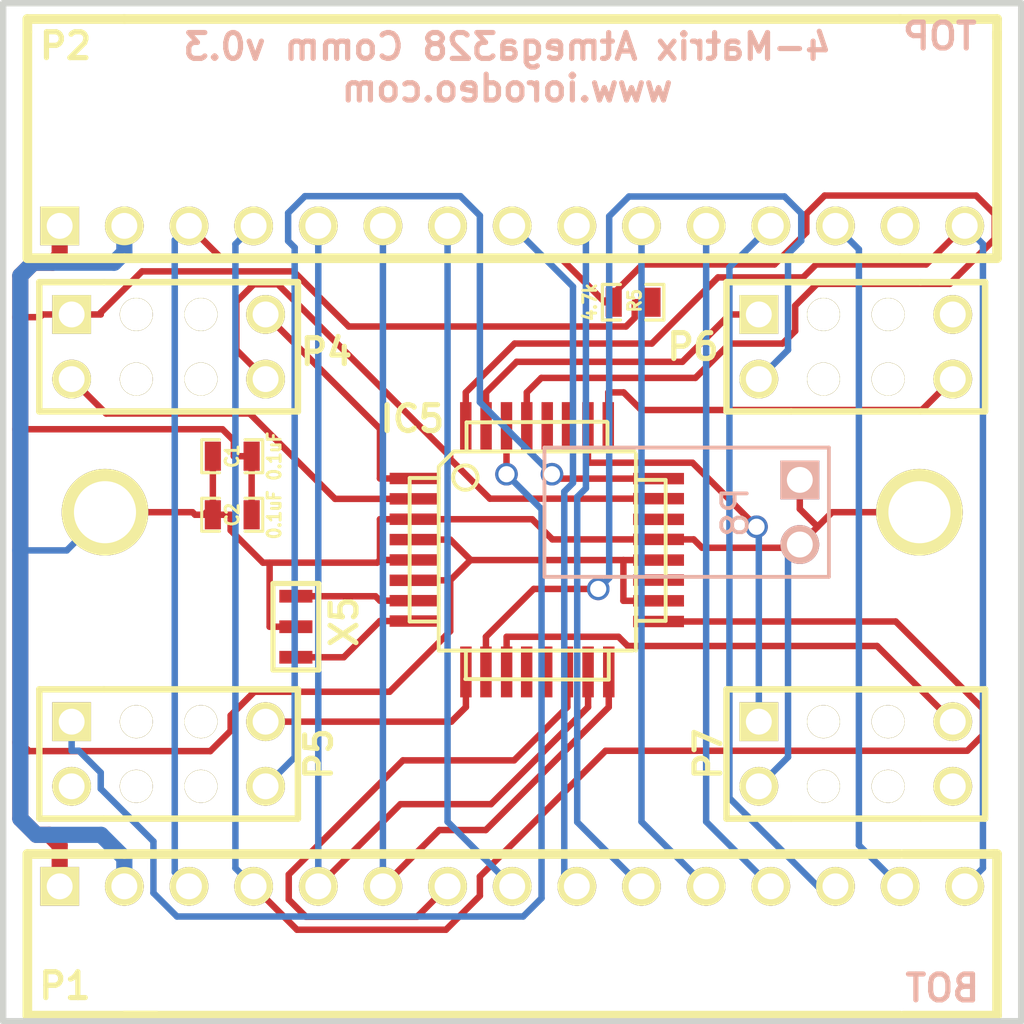
<source format=kicad_pcb>
(kicad_pcb (version 3) (host pcbnew "(2013-jul-07)-stable")

  (general
    (links 53)
    (no_connects 0)
    (area 48.5244 49.874999 90.125001 90.224501)
    (thickness 1.6)
    (drawings 7)
    (tracks 266)
    (zones 0)
    (modules 14)
    (nets 29)
  )

  (page A4)
  (layers
    (15 F.Cu signal)
    (0 B.Cu signal)
    (16 B.Adhes user)
    (17 F.Adhes user)
    (18 B.Paste user)
    (19 F.Paste user)
    (20 B.SilkS user)
    (21 F.SilkS user)
    (22 B.Mask user)
    (23 F.Mask user)
    (24 Dwgs.User user)
    (25 Cmts.User user)
    (26 Eco1.User user)
    (27 Eco2.User user)
    (28 Edge.Cuts user)
  )

  (setup
    (last_trace_width 0.254)
    (trace_clearance 0.254)
    (zone_clearance 0.254)
    (zone_45_only no)
    (trace_min 0.254)
    (segment_width 0.2)
    (edge_width 0.25)
    (via_size 0.889)
    (via_drill 0.635)
    (via_min_size 0.889)
    (via_min_drill 0.508)
    (uvia_size 0.508)
    (uvia_drill 0.127)
    (uvias_allowed no)
    (uvia_min_size 0.508)
    (uvia_min_drill 0.127)
    (pcb_text_width 0.3)
    (pcb_text_size 1.5 1.5)
    (mod_edge_width 0.254)
    (mod_text_size 1 1)
    (mod_text_width 0.15)
    (pad_size 1.2954 1.2954)
    (pad_drill 1.27)
    (pad_to_mask_clearance 0)
    (aux_axis_origin 0 0)
    (visible_elements FFFFF77F)
    (pcbplotparams
      (layerselection 284196865)
      (usegerberextensions true)
      (excludeedgelayer true)
      (linewidth 0.150000)
      (plotframeref false)
      (viasonmask false)
      (mode 1)
      (useauxorigin false)
      (hpglpennumber 1)
      (hpglpenspeed 20)
      (hpglpendiameter 15)
      (hpglpenoverlay 2)
      (psnegative false)
      (psa4output false)
      (plotreference true)
      (plotvalue true)
      (plotothertext true)
      (plotinvisibletext false)
      (padsonsilk false)
      (subtractmaskfromsilk false)
      (outputformat 1)
      (mirror false)
      (drillshape 0)
      (scaleselection 1)
      (outputdirectory gerber_v0p3/))
  )

  (net 0 "")
  (net 1 +5V)
  (net 2 /B0_CS0)
  (net 3 /B0_CS1)
  (net 4 /B0_CS2)
  (net 5 /B0_CS3)
  (net 6 /B0_CS4)
  (net 7 /B0_CS5)
  (net 8 /B0_CS6)
  (net 9 /B0_CS7)
  (net 10 /B0_MISO)
  (net 11 /B0_MOSI)
  (net 12 /B0_SCK)
  (net 13 /B1_CS0)
  (net 14 /B1_CS1)
  (net 15 /B1_CS2)
  (net 16 /B1_CS3)
  (net 17 /B1_MISO)
  (net 18 /B1_MOSI)
  (net 19 /B1_SCK)
  (net 20 /EXT_INT0)
  (net 21 /RESET_DRV0)
  (net 22 /RESET_DRV1)
  (net 23 /RESET_DRV2)
  (net 24 /RESET_DRV3)
  (net 25 /RESET_MSTR)
  (net 26 /XTAL1)
  (net 27 /XTAL2)
  (net 28 GND)

  (net_class Default "This is the default net class."
    (clearance 0.254)
    (trace_width 0.254)
    (via_dia 0.889)
    (via_drill 0.635)
    (uvia_dia 0.508)
    (uvia_drill 0.127)
    (add_net "")
    (add_net +5V)
    (add_net /B0_CS0)
    (add_net /B0_CS1)
    (add_net /B0_CS2)
    (add_net /B0_CS3)
    (add_net /B0_CS4)
    (add_net /B0_CS5)
    (add_net /B0_CS6)
    (add_net /B0_CS7)
    (add_net /B0_MISO)
    (add_net /B0_MOSI)
    (add_net /B0_SCK)
    (add_net /B1_CS0)
    (add_net /B1_CS1)
    (add_net /B1_CS2)
    (add_net /B1_CS3)
    (add_net /B1_MISO)
    (add_net /B1_MOSI)
    (add_net /B1_SCK)
    (add_net /EXT_INT0)
    (add_net /RESET_DRV0)
    (add_net /RESET_DRV1)
    (add_net /RESET_DRV2)
    (add_net /RESET_DRV3)
    (add_net /RESET_MSTR)
    (add_net /XTAL1)
    (add_net /XTAL2)
    (add_net GND)
  )

  (module HEADER_BOT (layer F.Cu) (tedit 521B6430) (tstamp 521307B0)
    (at 70 84.7)
    (path /5212B587)
    (fp_text reference P1 (at -17.5744 3.9111) (layer F.SilkS)
      (effects (font (size 1.016 1.016) (thickness 0.2032)))
    )
    (fp_text value CONN15 (at 9.906 3.048) (layer F.SilkS) hide
      (effects (font (size 1.524 1.524) (thickness 0.3048)))
    )
    (fp_line (start 19.05 5.08) (end 19.05 -1.27) (layer F.SilkS) (width 0.381))
    (fp_line (start 15.367 5.08) (end 19.05 5.08) (layer F.SilkS) (width 0.381))
    (fp_line (start 15.367 -1.27) (end 18.923 -1.27) (layer F.SilkS) (width 0.381))
    (fp_line (start 18.923 -1.27) (end 19.05 -1.27) (layer F.SilkS) (width 0.381))
    (fp_line (start -15.24 -1.27) (end -19.05 -1.27) (layer F.SilkS) (width 0.381))
    (fp_line (start -19.05 -1.27) (end -19.05 5.08) (layer F.SilkS) (width 0.381))
    (fp_line (start -19.05 5.08) (end -13.97 5.08) (layer F.SilkS) (width 0.381))
    (fp_line (start -15.24 -1.27) (end 15.24 -1.27) (layer F.SilkS) (width 0.381))
    (fp_line (start -15.24 5.08) (end 15.24 5.08) (layer F.SilkS) (width 0.381))
    (pad 1 thru_hole rect (at -17.78 0) (size 1.524 1.524) (drill 1.016)
      (layers *.Cu *.Mask F.SilkS)
      (net 1 +5V)
    )
    (pad 2 thru_hole circle (at -15.24 0) (size 1.524 1.524) (drill 1.016)
      (layers *.Cu *.Mask F.SilkS)
      (net 28 GND)
    )
    (pad 3 thru_hole circle (at -12.7 0) (size 1.524 1.524) (drill 1.016)
      (layers *.Cu *.Mask F.SilkS)
      (net 25 /RESET_MSTR)
    )
    (pad 4 thru_hole circle (at -10.16 0) (size 1.524 1.524) (drill 1.016)
      (layers *.Cu *.Mask F.SilkS)
      (net 12 /B0_SCK)
    )
    (pad 5 thru_hole circle (at -7.62 0) (size 1.524 1.524) (drill 1.016)
      (layers *.Cu *.Mask F.SilkS)
      (net 11 /B0_MOSI)
    )
    (pad 6 thru_hole circle (at -5.08 0) (size 1.524 1.524) (drill 1.016)
      (layers *.Cu *.Mask F.SilkS)
      (net 10 /B0_MISO)
    )
    (pad 7 thru_hole circle (at -2.54 0) (size 1.524 1.524) (drill 1.016)
      (layers *.Cu *.Mask F.SilkS)
      (net 2 /B0_CS0)
    )
    (pad 8 thru_hole circle (at 0 0) (size 1.524 1.524) (drill 1.016)
      (layers *.Cu *.Mask F.SilkS)
      (net 3 /B0_CS1)
    )
    (pad 9 thru_hole circle (at 2.54 0) (size 1.524 1.524) (drill 1.016)
      (layers *.Cu *.Mask F.SilkS)
      (net 4 /B0_CS2)
    )
    (pad 10 thru_hole circle (at 5.08 0) (size 1.524 1.524) (drill 1.016)
      (layers *.Cu *.Mask F.SilkS)
      (net 5 /B0_CS3)
    )
    (pad 11 thru_hole circle (at 7.62 0) (size 1.524 1.524) (drill 1.016)
      (layers *.Cu *.Mask F.SilkS)
      (net 6 /B0_CS4)
    )
    (pad 12 thru_hole circle (at 10.16 0) (size 1.524 1.524) (drill 1.016)
      (layers *.Cu *.Mask F.SilkS)
      (net 7 /B0_CS5)
    )
    (pad 13 thru_hole circle (at 12.7 0) (size 1.524 1.524) (drill 1.016)
      (layers *.Cu *.Mask F.SilkS)
      (net 8 /B0_CS6)
    )
    (pad 14 thru_hole circle (at 15.24 0) (size 1.524 1.524) (drill 1.016)
      (layers *.Cu *.Mask F.SilkS)
      (net 9 /B0_CS7)
    )
    (pad 15 thru_hole circle (at 17.78 0) (size 1.524 1.524) (drill 1.016)
      (layers *.Cu *.Mask F.SilkS)
      (net 20 /EXT_INT0)
    )
  )

  (module HEADER_TOP (layer F.Cu) (tedit 521B642B) (tstamp 521307CD)
    (at 70 58.75)
    (path /5212B596)
    (fp_text reference P2 (at -17.549 -7.0706) (layer F.SilkS)
      (effects (font (size 1.016 1.016) (thickness 0.2032)))
    )
    (fp_text value CONN15 (at 7.62 -4.572) (layer F.SilkS) hide
      (effects (font (size 1.524 1.524) (thickness 0.3048)))
    )
    (fp_line (start 15.24 -8.128) (end 19.05 -8.128) (layer F.SilkS) (width 0.381))
    (fp_line (start 19.05 -8.128) (end 19.05 -7.366) (layer F.SilkS) (width 0.381))
    (fp_line (start -15.24 -8.128) (end -19.05 -8.128) (layer F.SilkS) (width 0.381))
    (fp_line (start -19.05 -8.128) (end -19.05 -7.62) (layer F.SilkS) (width 0.381))
    (fp_line (start -15.24 1.27) (end -19.05 1.27) (layer F.SilkS) (width 0.381))
    (fp_line (start -19.05 1.27) (end -19.05 -7.62) (layer F.SilkS) (width 0.381))
    (fp_line (start 15.24 1.27) (end 19.05 1.27) (layer F.SilkS) (width 0.381))
    (fp_line (start 19.05 1.27) (end 19.05 -7.62) (layer F.SilkS) (width 0.381))
    (fp_line (start 15.24 1.27) (end -15.24 1.27) (layer F.SilkS) (width 0.381))
    (fp_line (start -15.24 -8.128) (end 15.24 -8.128) (layer F.SilkS) (width 0.381))
    (pad 1 thru_hole rect (at -17.78 0) (size 1.524 1.524) (drill 1.016)
      (layers *.Cu *.Mask F.SilkS)
      (net 1 +5V)
    )
    (pad 2 thru_hole circle (at -15.24 0) (size 1.524 1.524) (drill 1.016)
      (layers *.Cu *.Mask F.SilkS)
      (net 28 GND)
    )
    (pad 3 thru_hole circle (at -12.7 0) (size 1.524 1.524) (drill 1.016)
      (layers *.Cu *.Mask F.SilkS)
      (net 25 /RESET_MSTR)
    )
    (pad 4 thru_hole circle (at -10.16 0) (size 1.524 1.524) (drill 1.016)
      (layers *.Cu *.Mask F.SilkS)
      (net 12 /B0_SCK)
    )
    (pad 5 thru_hole circle (at -7.62 0) (size 1.524 1.524) (drill 1.016)
      (layers *.Cu *.Mask F.SilkS)
      (net 11 /B0_MOSI)
    )
    (pad 6 thru_hole circle (at -5.08 0) (size 1.524 1.524) (drill 1.016)
      (layers *.Cu *.Mask F.SilkS)
      (net 10 /B0_MISO)
    )
    (pad 7 thru_hole circle (at -2.54 0) (size 1.524 1.524) (drill 1.016)
      (layers *.Cu *.Mask F.SilkS)
      (net 3 /B0_CS1)
    )
    (pad 8 thru_hole circle (at 0 0) (size 1.524 1.524) (drill 1.016)
      (layers *.Cu *.Mask F.SilkS)
      (net 4 /B0_CS2)
    )
    (pad 9 thru_hole circle (at 2.54 0) (size 1.524 1.524) (drill 1.016)
      (layers *.Cu *.Mask F.SilkS)
      (net 5 /B0_CS3)
    )
    (pad 10 thru_hole circle (at 5.08 0) (size 1.524 1.524) (drill 1.016)
      (layers *.Cu *.Mask F.SilkS)
      (net 6 /B0_CS4)
    )
    (pad 11 thru_hole circle (at 7.62 0) (size 1.524 1.524) (drill 1.016)
      (layers *.Cu *.Mask F.SilkS)
      (net 7 /B0_CS5)
    )
    (pad 12 thru_hole circle (at 10.16 0) (size 1.524 1.524) (drill 1.016)
      (layers *.Cu *.Mask F.SilkS)
      (net 8 /B0_CS6)
    )
    (pad 13 thru_hole circle (at 12.7 0) (size 1.524 1.524) (drill 1.016)
      (layers *.Cu *.Mask F.SilkS)
      (net 9 /B0_CS7)
    )
    (pad 14 thru_hole circle (at 15.24 0) (size 1.524 1.524) (drill 1.016)
      (layers *.Cu *.Mask F.SilkS)
    )
    (pad 15 thru_hole circle (at 17.78 0) (size 1.524 1.524) (drill 1.016)
      (layers *.Cu *.Mask F.SilkS)
      (net 20 /EXT_INT0)
    )
  )

  (module SM0603_Capa (layer F.Cu) (tedit 5051B1EC) (tstamp 52130C8B)
    (at 59 67.8 180)
    (path /521309B9)
    (attr smd)
    (fp_text reference C1 (at 0 0 270) (layer F.SilkS)
      (effects (font (size 0.508 0.4572) (thickness 0.1143)))
    )
    (fp_text value 0.1uF (at -1.651 0 270) (layer F.SilkS)
      (effects (font (size 0.508 0.4572) (thickness 0.1143)))
    )
    (fp_line (start 0.50038 0.65024) (end 1.19888 0.65024) (layer F.SilkS) (width 0.11938))
    (fp_line (start -0.50038 0.65024) (end -1.19888 0.65024) (layer F.SilkS) (width 0.11938))
    (fp_line (start 0.50038 -0.65024) (end 1.19888 -0.65024) (layer F.SilkS) (width 0.11938))
    (fp_line (start -1.19888 -0.65024) (end -0.50038 -0.65024) (layer F.SilkS) (width 0.11938))
    (fp_line (start 1.19888 -0.635) (end 1.19888 0.635) (layer F.SilkS) (width 0.11938))
    (fp_line (start -1.19888 0.635) (end -1.19888 -0.635) (layer F.SilkS) (width 0.11938))
    (pad 1 smd rect (at -0.762 0 180) (size 0.635 1.143)
      (layers F.Cu F.Paste F.Mask)
      (net 1 +5V)
    )
    (pad 2 smd rect (at 0.762 0 180) (size 0.635 1.143)
      (layers F.Cu F.Paste F.Mask)
      (net 28 GND)
    )
    (model smd\capacitors\C0603.wrl
      (at (xyz 0 0 0.001))
      (scale (xyz 0.5 0.5 0.5))
      (rotate (xyz 0 0 0))
    )
  )

  (module SM0603_Capa (layer F.Cu) (tedit 5051B1EC) (tstamp 52130C97)
    (at 59 70.1 180)
    (path /521309C8)
    (attr smd)
    (fp_text reference C2 (at 0 0 270) (layer F.SilkS)
      (effects (font (size 0.508 0.4572) (thickness 0.1143)))
    )
    (fp_text value 0.1uF (at -1.651 0 270) (layer F.SilkS)
      (effects (font (size 0.508 0.4572) (thickness 0.1143)))
    )
    (fp_line (start 0.50038 0.65024) (end 1.19888 0.65024) (layer F.SilkS) (width 0.11938))
    (fp_line (start -0.50038 0.65024) (end -1.19888 0.65024) (layer F.SilkS) (width 0.11938))
    (fp_line (start 0.50038 -0.65024) (end 1.19888 -0.65024) (layer F.SilkS) (width 0.11938))
    (fp_line (start -1.19888 -0.65024) (end -0.50038 -0.65024) (layer F.SilkS) (width 0.11938))
    (fp_line (start 1.19888 -0.635) (end 1.19888 0.635) (layer F.SilkS) (width 0.11938))
    (fp_line (start -1.19888 0.635) (end -1.19888 -0.635) (layer F.SilkS) (width 0.11938))
    (pad 1 smd rect (at -0.762 0 180) (size 0.635 1.143)
      (layers F.Cu F.Paste F.Mask)
      (net 1 +5V)
    )
    (pad 2 smd rect (at 0.762 0 180) (size 0.635 1.143)
      (layers F.Cu F.Paste F.Mask)
      (net 28 GND)
    )
    (model smd\capacitors\C0603.wrl
      (at (xyz 0 0 0.001))
      (scale (xyz 0.5 0.5 0.5))
      (rotate (xyz 0 0 0))
    )
  )

  (module TQFP32 (layer F.Cu) (tedit 521B6330) (tstamp 52130CD7)
    (at 71 71.5)
    (path /52129B63)
    (attr smd)
    (fp_text reference IC5 (at -4.9252 -5.1679) (layer F.SilkS)
      (effects (font (size 1.016 1.016) (thickness 0.2032)))
    )
    (fp_text value ATMEGA328-A (at 0 1.905) (layer F.SilkS) hide
      (effects (font (size 1.27 1.016) (thickness 0.2032)))
    )
    (fp_line (start 5.0292 2.7686) (end 3.8862 2.7686) (layer F.SilkS) (width 0.1524))
    (fp_line (start 5.0292 -2.7686) (end 3.9116 -2.7686) (layer F.SilkS) (width 0.1524))
    (fp_line (start 5.0292 2.7686) (end 5.0292 -2.7686) (layer F.SilkS) (width 0.1524))
    (fp_line (start 2.794 3.9624) (end 2.794 5.0546) (layer F.SilkS) (width 0.1524))
    (fp_line (start -2.8194 3.9878) (end -2.8194 5.0546) (layer F.SilkS) (width 0.1524))
    (fp_line (start -2.8448 5.0546) (end 2.794 5.08) (layer F.SilkS) (width 0.1524))
    (fp_line (start -2.794 -5.0292) (end 2.7178 -5.0546) (layer F.SilkS) (width 0.1524))
    (fp_line (start -3.8862 -3.2766) (end -3.8862 3.9116) (layer F.SilkS) (width 0.1524))
    (fp_line (start 2.7432 -5.0292) (end 2.7432 -3.9878) (layer F.SilkS) (width 0.1524))
    (fp_line (start -3.2512 -3.8862) (end 3.81 -3.8862) (layer F.SilkS) (width 0.1524))
    (fp_line (start 3.8608 3.937) (end 3.8608 -3.7846) (layer F.SilkS) (width 0.1524))
    (fp_line (start -3.8862 3.937) (end 3.7338 3.937) (layer F.SilkS) (width 0.1524))
    (fp_line (start -5.0292 -2.8448) (end -5.0292 2.794) (layer F.SilkS) (width 0.1524))
    (fp_line (start -5.0292 2.794) (end -3.8862 2.794) (layer F.SilkS) (width 0.1524))
    (fp_line (start -3.87604 -3.302) (end -3.29184 -3.8862) (layer F.SilkS) (width 0.1524))
    (fp_line (start -5.02412 -2.8448) (end -3.87604 -2.8448) (layer F.SilkS) (width 0.1524))
    (fp_line (start -2.794 -3.8862) (end -2.794 -5.03428) (layer F.SilkS) (width 0.1524))
    (fp_circle (center -2.83972 -2.86004) (end -2.43332 -2.60604) (layer F.SilkS) (width 0.1524))
    (pad 8 smd rect (at -4.81584 2.77622) (size 1.99898 0.44958)
      (layers F.Cu F.Paste F.Mask)
      (net 27 /XTAL2)
    )
    (pad 7 smd rect (at -4.81584 1.97612) (size 1.99898 0.44958)
      (layers F.Cu F.Paste F.Mask)
      (net 26 /XTAL1)
    )
    (pad 6 smd rect (at -4.81584 1.17602) (size 1.99898 0.44958)
      (layers F.Cu F.Paste F.Mask)
      (net 1 +5V)
    )
    (pad 5 smd rect (at -4.81584 0.37592) (size 1.99898 0.44958)
      (layers F.Cu F.Paste F.Mask)
      (net 28 GND)
    )
    (pad 4 smd rect (at -4.81584 -0.42418) (size 1.99898 0.44958)
      (layers F.Cu F.Paste F.Mask)
      (net 1 +5V)
    )
    (pad 3 smd rect (at -4.81584 -1.22428) (size 1.99898 0.44958)
      (layers F.Cu F.Paste F.Mask)
      (net 28 GND)
    )
    (pad 2 smd rect (at -4.81584 -2.02438) (size 1.99898 0.44958)
      (layers F.Cu F.Paste F.Mask)
      (net 19 /B1_SCK)
    )
    (pad 1 smd rect (at -4.81584 -2.82448) (size 1.99898 0.44958)
      (layers F.Cu F.Paste F.Mask)
      (net 13 /B1_CS0)
    )
    (pad 24 smd rect (at 4.7498 -2.8194) (size 1.99898 0.44958)
      (layers F.Cu F.Paste F.Mask)
      (net 22 /RESET_DRV1)
    )
    (pad 17 smd rect (at 4.7498 2.794) (size 1.99898 0.44958)
      (layers F.Cu F.Paste F.Mask)
      (net 12 /B0_SCK)
    )
    (pad 18 smd rect (at 4.7498 1.9812) (size 1.99898 0.44958)
      (layers F.Cu F.Paste F.Mask)
      (net 1 +5V)
    )
    (pad 19 smd rect (at 4.7498 1.1684) (size 1.99898 0.44958)
      (layers F.Cu F.Paste F.Mask)
    )
    (pad 20 smd rect (at 4.7498 0.381) (size 1.99898 0.44958)
      (layers F.Cu F.Paste F.Mask)
      (net 1 +5V)
    )
    (pad 21 smd rect (at 4.7498 -0.4318) (size 1.99898 0.44958)
      (layers F.Cu F.Paste F.Mask)
      (net 28 GND)
    )
    (pad 22 smd rect (at 4.7498 -1.2192) (size 1.99898 0.44958)
      (layers F.Cu F.Paste F.Mask)
    )
    (pad 23 smd rect (at 4.7498 -2.032) (size 1.99898 0.44958)
      (layers F.Cu F.Paste F.Mask)
      (net 21 /RESET_DRV0)
    )
    (pad 32 smd rect (at -2.82448 -4.826) (size 0.44958 1.99898)
      (layers F.Cu F.Paste F.Mask)
      (net 20 /EXT_INT0)
    )
    (pad 31 smd rect (at -2.02692 -4.826) (size 0.44958 1.99898)
      (layers F.Cu F.Paste F.Mask)
      (net 18 /B1_MOSI)
    )
    (pad 30 smd rect (at -1.22428 -4.826) (size 0.44958 1.99898)
      (layers F.Cu F.Paste F.Mask)
      (net 17 /B1_MISO)
    )
    (pad 29 smd rect (at -0.42672 -4.826) (size 0.44958 1.99898)
      (layers F.Cu F.Paste F.Mask)
      (net 25 /RESET_MSTR)
    )
    (pad 28 smd rect (at 0.37592 -4.826) (size 0.44958 1.99898)
      (layers F.Cu F.Paste F.Mask)
    )
    (pad 27 smd rect (at 1.17348 -4.826) (size 0.44958 1.99898)
      (layers F.Cu F.Paste F.Mask)
    )
    (pad 26 smd rect (at 1.97612 -4.826) (size 0.44958 1.99898)
      (layers F.Cu F.Paste F.Mask)
      (net 24 /RESET_DRV3)
    )
    (pad 25 smd rect (at 2.77368 -4.826) (size 0.44958 1.99898)
      (layers F.Cu F.Paste F.Mask)
      (net 23 /RESET_DRV2)
    )
    (pad 9 smd rect (at -2.8194 4.7752) (size 0.44958 1.99898)
      (layers F.Cu F.Paste F.Mask)
      (net 14 /B1_CS1)
    )
    (pad 10 smd rect (at -2.032 4.7752) (size 0.44958 1.99898)
      (layers F.Cu F.Paste F.Mask)
      (net 15 /B1_CS2)
    )
    (pad 11 smd rect (at -1.2192 4.7752) (size 0.44958 1.99898)
      (layers F.Cu F.Paste F.Mask)
      (net 16 /B1_CS3)
    )
    (pad 12 smd rect (at -0.4318 4.7752) (size 0.44958 1.99898)
      (layers F.Cu F.Paste F.Mask)
    )
    (pad 13 smd rect (at 0.3556 4.7752) (size 0.44958 1.99898)
      (layers F.Cu F.Paste F.Mask)
    )
    (pad 14 smd rect (at 1.1684 4.7752) (size 0.44958 1.99898)
      (layers F.Cu F.Paste F.Mask)
      (net 2 /B0_CS0)
    )
    (pad 15 smd rect (at 1.9812 4.7752) (size 0.44958 1.99898)
      (layers F.Cu F.Paste F.Mask)
      (net 11 /B0_MOSI)
    )
    (pad 16 smd rect (at 2.794 4.7752) (size 0.44958 1.99898)
      (layers F.Cu F.Paste F.Mask)
      (net 10 /B0_MISO)
    )
    (model smd/tqfp32.wrl
      (at (xyz 0 0 0))
      (scale (xyz 1 1 1))
      (rotate (xyz 0 0 0))
    )
  )

  (module SM0603_Resistor (layer F.Cu) (tedit 5051B21B) (tstamp 52130CFB)
    (at 74.75 61.75)
    (path /5212A07D)
    (attr smd)
    (fp_text reference R5 (at 0.0635 -0.0635 90) (layer F.SilkS)
      (effects (font (size 0.50038 0.4572) (thickness 0.1143)))
    )
    (fp_text value 4.7k (at -1.69926 0 90) (layer F.SilkS)
      (effects (font (size 0.508 0.4572) (thickness 0.1143)))
    )
    (fp_line (start -0.50038 -0.6985) (end -1.2065 -0.6985) (layer F.SilkS) (width 0.127))
    (fp_line (start -1.2065 -0.6985) (end -1.2065 0.6985) (layer F.SilkS) (width 0.127))
    (fp_line (start -1.2065 0.6985) (end -0.50038 0.6985) (layer F.SilkS) (width 0.127))
    (fp_line (start 1.2065 -0.6985) (end 0.50038 -0.6985) (layer F.SilkS) (width 0.127))
    (fp_line (start 1.2065 -0.6985) (end 1.2065 0.6985) (layer F.SilkS) (width 0.127))
    (fp_line (start 1.2065 0.6985) (end 0.50038 0.6985) (layer F.SilkS) (width 0.127))
    (pad 1 smd rect (at -0.762 0) (size 0.635 1.143)
      (layers F.Cu F.Paste F.Mask)
      (net 25 /RESET_MSTR)
    )
    (pad 2 smd rect (at 0.762 0) (size 0.635 1.143)
      (layers F.Cu F.Paste F.Mask)
      (net 1 +5V)
    )
    (model smd\resistors\R0603.wrl
      (at (xyz 0 0 0.001))
      (scale (xyz 0.5 0.5 0.5))
      (rotate (xyz 0 0 0))
    )
  )

  (module CER_RESO (layer F.Cu) (tedit 53C44E69) (tstamp 52130D1E)
    (at 61.5 74.5 270)
    (tags "Resonator, Ceramic")
    (path /52129FEB)
    (attr smd)
    (fp_text reference X5 (at -0.2 -1.9 270) (layer F.SilkS)
      (effects (font (size 1.016 1.016) (thickness 0.2032)))
    )
    (fp_text value CER_RESO (at 0.8001 2.4003 270) (layer F.SilkS) hide
      (effects (font (size 1.27 1.27) (thickness 0.2032)))
    )
    (fp_line (start -1.69926 -0.89916) (end 1.69926 -0.89916) (layer F.SilkS) (width 0.2032))
    (fp_line (start 1.69926 -0.89916) (end 1.69926 0.89916) (layer F.SilkS) (width 0.2032))
    (fp_line (start 1.69926 0.89916) (end -1.69926 0.89916) (layer F.SilkS) (width 0.2032))
    (fp_line (start -1.69926 0.89916) (end -1.69926 -0.89916) (layer F.SilkS) (width 0.2032))
    (pad 2 smd rect (at 0 0 270) (size 0.50038 1.30048)
      (layers F.Cu F.Paste F.Mask)
      (net 28 GND)
    )
    (pad 3 smd rect (at 1.19888 0 270) (size 0.50038 1.30048)
      (layers F.Cu F.Paste F.Mask)
      (net 27 /XTAL2)
    )
    (pad 1 smd rect (at -1.19888 0 270) (size 0.50038 1.30048)
      (layers F.Cu F.Paste F.Mask)
      (net 26 /XTAL1)
    )
  )

  (module RT_ANG_2PIN (layer B.Cu) (tedit 53C459D2) (tstamp 53C45A90)
    (at 81.3 70 270)
    (path /53C45937)
    (fp_text reference P8 (at 0 2.54 270) (layer B.SilkS)
      (effects (font (size 1 1) (thickness 0.15)) (justify mirror))
    )
    (fp_text value CONN_2 (at 0 10.795 270) (layer B.SilkS) hide
      (effects (font (size 1 1) (thickness 0.15)) (justify mirror))
    )
    (fp_line (start -2.54 -1.143) (end 2.54 -1.143) (layer B.SilkS) (width 0.15))
    (fp_line (start 2.54 -1.143) (end 2.54 10.033) (layer B.SilkS) (width 0.15))
    (fp_line (start 2.54 10.033) (end -2.54 10.033) (layer B.SilkS) (width 0.15))
    (fp_line (start -2.54 10.033) (end -2.54 -1.143) (layer B.SilkS) (width 0.15))
    (pad 1 thru_hole rect (at -1.27 0 270) (size 1.524 1.524) (drill 1.016)
      (layers *.Cu *.Mask B.SilkS)
      (net 28 GND)
    )
    (pad 2 thru_hole circle (at 1.27 0 270) (size 1.524 1.524) (drill 1.016)
      (layers *.Cu *.Mask B.SilkS)
      (net 28 GND)
    )
  )

  (module "2-56 Mount Holes" (layer F.Cu) (tedit 53CF2B28) (tstamp 53CF2987)
    (at 54 70)
    (path /53CF2CE7)
    (fp_text reference M1 (at 0 -2.54) (layer F.SilkS) hide
      (effects (font (size 1.00076 1.00076) (thickness 0.09906)))
    )
    (fp_text value CONN_1 (at 0 3.175) (layer F.SilkS) hide
      (effects (font (size 1.00076 1.00076) (thickness 0.09906)))
    )
    (pad 1 thru_hole circle (at 0 0) (size 3.40106 3.40106) (drill 2.4384)
      (layers *.Cu *.Mask F.SilkS)
      (net 28 GND)
    )
  )

  (module "2-56 Mount Holes" (layer F.Cu) (tedit 53CF2B3B) (tstamp 53CF29E7)
    (at 86 70)
    (path /53CF2CF6)
    (fp_text reference M2 (at 0 -2.54) (layer F.SilkS) hide
      (effects (font (size 1.00076 1.00076) (thickness 0.09906)))
    )
    (fp_text value CONN_1 (at 0 3.175) (layer F.SilkS) hide
      (effects (font (size 1.00076 1.00076) (thickness 0.09906)))
    )
    (pad 1 thru_hole circle (at 0 0) (size 3.40106 3.40106) (drill 2.4384)
      (layers *.Cu *.Mask F.SilkS)
      (net 28 GND)
    )
  )

  (module PASS_THRU_ARRAY_2X2 (layer F.Cu) (tedit 5421B891) (tstamp 53BF28A4)
    (at 83.5 79.5 270)
    (descr "Pass through 2x2 sockect")
    (tags CONN)
    (path /53BF244E)
    (fp_text reference P7 (at 0 5.8 270) (layer F.SilkS)
      (effects (font (size 1.016 1.016) (thickness 0.2032)))
    )
    (fp_text value CONN_2X2 (at 0 7.112 270) (layer F.SilkS) hide
      (effects (font (size 1.016 1.016) (thickness 0.2032)))
    )
    (fp_line (start -2.54 2.54) (end -2.54 5.08) (layer F.SilkS) (width 0.254))
    (fp_line (start -2.54 5.08) (end 2.54 5.08) (layer F.SilkS) (width 0.254))
    (fp_line (start 2.54 5.08) (end 2.54 2.54) (layer F.SilkS) (width 0.254))
    (fp_line (start -2.54 -2.54) (end -2.54 -5.08) (layer F.SilkS) (width 0.254))
    (fp_line (start -2.54 -5.08) (end 2.54 -5.08) (layer F.SilkS) (width 0.254))
    (fp_line (start 2.54 -5.08) (end 2.54 -2.54) (layer F.SilkS) (width 0.254))
    (fp_line (start 2.54 -2.54) (end 2.54 2.54) (layer F.SilkS) (width 0.254))
    (fp_line (start -2.54 2.54) (end -2.54 -2.54) (layer F.SilkS) (width 0.254))
    (pad 1 thru_hole rect (at -1.27 3.81 270) (size 1.524 1.524) (drill 1.016)
      (layers *.Cu *.Mask F.SilkS)
      (net 24 /RESET_DRV3)
    )
    (pad 2 thru_hole circle (at -1.27 -3.81 270) (size 1.524 1.524) (drill 1.016)
      (layers *.Cu *.Mask F.SilkS)
      (net 16 /B1_CS3)
    )
    (pad 3 thru_hole circle (at 1.27 3.81 270) (size 1.524 1.524) (drill 1.016)
      (layers *.Cu *.Mask F.SilkS)
      (net 28 GND)
    )
    (pad 4 thru_hole circle (at 1.27 -3.81 270) (size 1.524 1.524) (drill 1.016)
      (layers *.Cu *.Mask F.SilkS)
    )
    (pad "" thru_hole circle (at -1.27 1.27 270) (size 1.2954 1.2954) (drill 1.27)
      (layers *.Cu F.SilkS)
    )
    (pad "" thru_hole circle (at -1.27 -1.27 270) (size 1.2954 1.2954) (drill 1.27)
      (layers *.Cu F.SilkS)
    )
    (pad "" thru_hole circle (at 1.27 -1.27 270) (size 1.2954 1.2954) (drill 1.27)
      (layers *.Cu F.SilkS)
    )
    (pad "" thru_hole circle (at 1.27 1.27 270) (size 1.2954 1.2954) (drill 1.27)
      (layers *.Cu F.SilkS)
    )
    (model pin_array/pins_array_2x2.wrl
      (at (xyz 0 0 0))
      (scale (xyz 1 1 1))
      (rotate (xyz 0 0 0))
    )
  )

  (module PASS_THRU_ARRAY_2X2 (layer F.Cu) (tedit 5421B87E) (tstamp 53BF2898)
    (at 83.5 63.5 270)
    (descr "Pass through 2x2 sockect")
    (tags CONN)
    (path /53BF2430)
    (fp_text reference P6 (at 0 6.4 540) (layer F.SilkS)
      (effects (font (size 1.016 1.016) (thickness 0.2032)))
    )
    (fp_text value CONN_2X2 (at 0 7.112 270) (layer F.SilkS) hide
      (effects (font (size 1.016 1.016) (thickness 0.2032)))
    )
    (fp_line (start -2.54 2.54) (end -2.54 5.08) (layer F.SilkS) (width 0.254))
    (fp_line (start -2.54 5.08) (end 2.54 5.08) (layer F.SilkS) (width 0.254))
    (fp_line (start 2.54 5.08) (end 2.54 2.54) (layer F.SilkS) (width 0.254))
    (fp_line (start -2.54 -2.54) (end -2.54 -5.08) (layer F.SilkS) (width 0.254))
    (fp_line (start -2.54 -5.08) (end 2.54 -5.08) (layer F.SilkS) (width 0.254))
    (fp_line (start 2.54 -5.08) (end 2.54 -2.54) (layer F.SilkS) (width 0.254))
    (fp_line (start 2.54 -2.54) (end 2.54 2.54) (layer F.SilkS) (width 0.254))
    (fp_line (start -2.54 2.54) (end -2.54 -2.54) (layer F.SilkS) (width 0.254))
    (pad 1 thru_hole rect (at -1.27 3.81 270) (size 1.524 1.524) (drill 1.016)
      (layers *.Cu *.Mask F.SilkS)
      (net 18 /B1_MOSI)
    )
    (pad 2 thru_hole circle (at -1.27 -3.81 270) (size 1.524 1.524) (drill 1.016)
      (layers *.Cu *.Mask F.SilkS)
    )
    (pad 3 thru_hole circle (at 1.27 3.81 270) (size 1.524 1.524) (drill 1.016)
      (layers *.Cu *.Mask F.SilkS)
      (net 15 /B1_CS2)
    )
    (pad 4 thru_hole circle (at 1.27 -3.81 270) (size 1.524 1.524) (drill 1.016)
      (layers *.Cu *.Mask F.SilkS)
      (net 23 /RESET_DRV2)
    )
    (pad "" thru_hole circle (at -1.27 1.27 270) (size 1.2954 1.2954) (drill 1.27)
      (layers *.Cu F.SilkS)
    )
    (pad "" thru_hole circle (at -1.27 -1.27 270) (size 1.2954 1.2954) (drill 1.27)
      (layers *.Cu F.SilkS)
    )
    (pad "" thru_hole circle (at 1.27 -1.27 270) (size 1.2954 1.2954) (drill 1.27)
      (layers *.Cu F.SilkS)
    )
    (pad "" thru_hole circle (at 1.27 1.27 270) (size 1.2954 1.2954) (drill 1.27)
      (layers *.Cu F.SilkS)
    )
    (model pin_array/pins_array_2x2.wrl
      (at (xyz 0 0 0))
      (scale (xyz 1 1 1))
      (rotate (xyz 0 0 0))
    )
  )

  (module PASS_THRU_ARRAY_2X2 (layer F.Cu) (tedit 5421B889) (tstamp 53BF288C)
    (at 56.5 79.5 270)
    (descr "Pass through 2x2 sockect")
    (tags CONN)
    (path /53BF243F)
    (fp_text reference P5 (at 0 -5.9 270) (layer F.SilkS)
      (effects (font (size 1.016 1.016) (thickness 0.2032)))
    )
    (fp_text value CONN_2X2 (at 0 7.112 270) (layer F.SilkS) hide
      (effects (font (size 1.016 1.016) (thickness 0.2032)))
    )
    (fp_line (start -2.54 2.54) (end -2.54 5.08) (layer F.SilkS) (width 0.254))
    (fp_line (start -2.54 5.08) (end 2.54 5.08) (layer F.SilkS) (width 0.254))
    (fp_line (start 2.54 5.08) (end 2.54 2.54) (layer F.SilkS) (width 0.254))
    (fp_line (start -2.54 -2.54) (end -2.54 -5.08) (layer F.SilkS) (width 0.254))
    (fp_line (start -2.54 -5.08) (end 2.54 -5.08) (layer F.SilkS) (width 0.254))
    (fp_line (start 2.54 -5.08) (end 2.54 -2.54) (layer F.SilkS) (width 0.254))
    (fp_line (start 2.54 -2.54) (end 2.54 2.54) (layer F.SilkS) (width 0.254))
    (fp_line (start -2.54 2.54) (end -2.54 -2.54) (layer F.SilkS) (width 0.254))
    (pad 1 thru_hole rect (at -1.27 3.81 270) (size 1.524 1.524) (drill 1.016)
      (layers *.Cu *.Mask F.SilkS)
      (net 17 /B1_MISO)
    )
    (pad 2 thru_hole circle (at -1.27 -3.81 270) (size 1.524 1.524) (drill 1.016)
      (layers *.Cu *.Mask F.SilkS)
      (net 14 /B1_CS1)
    )
    (pad 3 thru_hole circle (at 1.27 3.81 270) (size 1.524 1.524) (drill 1.016)
      (layers *.Cu *.Mask F.SilkS)
    )
    (pad 4 thru_hole circle (at 1.27 -3.81 270) (size 1.524 1.524) (drill 1.016)
      (layers *.Cu *.Mask F.SilkS)
      (net 22 /RESET_DRV1)
    )
    (pad "" thru_hole circle (at -1.27 1.27 270) (size 1.2954 1.2954) (drill 1.27)
      (layers *.Cu F.SilkS)
    )
    (pad "" thru_hole circle (at -1.27 -1.27 270) (size 1.2954 1.2954) (drill 1.27)
      (layers *.Cu F.SilkS)
    )
    (pad "" thru_hole circle (at 1.27 -1.27 270) (size 1.2954 1.2954) (drill 1.27)
      (layers *.Cu F.SilkS)
    )
    (pad "" thru_hole circle (at 1.27 1.27 270) (size 1.2954 1.2954) (drill 1.27)
      (layers *.Cu F.SilkS)
    )
    (model pin_array/pins_array_2x2.wrl
      (at (xyz 0 0 0))
      (scale (xyz 1 1 1))
      (rotate (xyz 0 0 0))
    )
  )

  (module PASS_THRU_ARRAY_2X2 (layer F.Cu) (tedit 5421B876) (tstamp 53BF2880)
    (at 56.5 63.5 270)
    (descr "Pass through 2x2 sockect")
    (tags CONN)
    (path /53BF241F)
    (fp_text reference P4 (at 0.2 -6.2 360) (layer F.SilkS)
      (effects (font (size 1.016 1.016) (thickness 0.2032)))
    )
    (fp_text value CONN_2X2 (at 0 7.112 270) (layer F.SilkS) hide
      (effects (font (size 1.016 1.016) (thickness 0.2032)))
    )
    (fp_line (start -2.54 2.54) (end -2.54 5.08) (layer F.SilkS) (width 0.254))
    (fp_line (start -2.54 5.08) (end 2.54 5.08) (layer F.SilkS) (width 0.254))
    (fp_line (start 2.54 5.08) (end 2.54 2.54) (layer F.SilkS) (width 0.254))
    (fp_line (start -2.54 -2.54) (end -2.54 -5.08) (layer F.SilkS) (width 0.254))
    (fp_line (start -2.54 -5.08) (end 2.54 -5.08) (layer F.SilkS) (width 0.254))
    (fp_line (start 2.54 -5.08) (end 2.54 -2.54) (layer F.SilkS) (width 0.254))
    (fp_line (start 2.54 -2.54) (end 2.54 2.54) (layer F.SilkS) (width 0.254))
    (fp_line (start -2.54 2.54) (end -2.54 -2.54) (layer F.SilkS) (width 0.254))
    (pad 1 thru_hole rect (at -1.27 3.81 270) (size 1.524 1.524) (drill 1.016)
      (layers *.Cu *.Mask F.SilkS)
      (net 1 +5V)
    )
    (pad 2 thru_hole circle (at -1.27 -3.81 270) (size 1.524 1.524) (drill 1.016)
      (layers *.Cu *.Mask F.SilkS)
      (net 13 /B1_CS0)
    )
    (pad 3 thru_hole circle (at 1.27 3.81 270) (size 1.524 1.524) (drill 1.016)
      (layers *.Cu *.Mask F.SilkS)
      (net 19 /B1_SCK)
    )
    (pad 4 thru_hole circle (at 1.27 -3.81 270) (size 1.524 1.524) (drill 1.016)
      (layers *.Cu *.Mask F.SilkS)
      (net 21 /RESET_DRV0)
    )
    (pad "" thru_hole circle (at -1.27 1.27 270) (size 1.2954 1.2954) (drill 1.27)
      (layers *.Cu F.SilkS)
    )
    (pad "" thru_hole circle (at -1.27 -1.27 270) (size 1.2954 1.2954) (drill 1.27)
      (layers *.Cu F.SilkS)
    )
    (pad "" thru_hole circle (at 1.27 -1.27 270) (size 1.2954 1.2954) (drill 1.27)
      (layers *.Cu F.SilkS)
    )
    (pad "" thru_hole circle (at 1.27 1.27 270) (size 1.2954 1.2954) (drill 1.27)
      (layers *.Cu F.SilkS)
    )
    (model pin_array/pins_array_2x2.wrl
      (at (xyz 0 0 0))
      (scale (xyz 1 1 1))
      (rotate (xyz 0 0 0))
    )
  )

  (gr_text "4-Matrix Atmega328 Comm v0.3\nwww.iorodeo.com" (at 69.7992 52.5272) (layer B.SilkS)
    (effects (font (size 1.016 1.016) (thickness 0.2032)) (justify mirror))
  )
  (gr_text BOT (at 86.9 88.7) (layer B.SilkS)
    (effects (font (size 1.016 1.016) (thickness 0.2032)) (justify mirror))
  )
  (gr_text TOP (at 86.8 51.3) (layer B.SilkS)
    (effects (font (size 1.016 1.016) (thickness 0.2032)) (justify mirror))
  )
  (gr_line (start 90 90) (end 90 50) (angle 90) (layer Edge.Cuts) (width 0.25))
  (gr_line (start 50 90) (end 90 90) (angle 90) (layer Edge.Cuts) (width 0.25))
  (gr_line (start 50 50) (end 50 90) (angle 90) (layer Edge.Cuts) (width 0.25))
  (gr_line (start 90 50) (end 50 50) (angle 90) (layer Edge.Cuts) (width 0.25))

  (segment (start 75.7498 71.881) (end 74.369 71.881) (width 0.254) (layer F.Cu) (net 1))
  (segment (start 75.7498 73.4812) (end 74.369 73.4812) (width 0.254) (layer F.Cu) (net 1))
  (segment (start 59.762 67.8) (end 59.762 70.1) (width 0.254) (layer F.Cu) (net 1))
  (segment (start 66.1842 71.0758) (end 67.565 71.0758) (width 0.254) (layer F.Cu) (net 1))
  (segment (start 74.369 71.881) (end 74.369 73.4812) (width 0.254) (layer F.Cu) (net 1))
  (segment (start 66.1842 72.676) (end 67.565 72.676) (width 0.254) (layer F.Cu) (net 1))
  (segment (start 68.3651 71.8759) (end 67.565 72.676) (width 0.254) (layer F.Cu) (net 1))
  (segment (start 68.3702 71.881) (end 68.3651 71.8759) (width 0.254) (layer F.Cu) (net 1))
  (segment (start 74.369 71.881) (end 68.3702 71.881) (width 0.254) (layer F.Cu) (net 1))
  (segment (start 68.3651 71.8759) (end 67.565 71.0758) (width 0.254) (layer F.Cu) (net 1))
  (segment (start 52.69 62.23) (end 53.8333 62.23) (width 0.254) (layer F.Cu) (net 1))
  (segment (start 75.512 61.75) (end 74.8132 61.75) (width 0.254) (layer F.Cu) (net 1))
  (segment (start 53.8333 62.1585) (end 53.8333 62.23) (width 0.254) (layer F.Cu) (net 1))
  (segment (start 55.4545 60.5373) (end 53.8333 62.1585) (width 0.254) (layer F.Cu) (net 1))
  (segment (start 61.4098 60.5373) (end 55.4545 60.5373) (width 0.254) (layer F.Cu) (net 1))
  (segment (start 63.5754 62.7029) (end 61.4098 60.5373) (width 0.254) (layer F.Cu) (net 1))
  (segment (start 74.4717 62.7029) (end 63.5754 62.7029) (width 0.254) (layer F.Cu) (net 1))
  (segment (start 74.8132 62.3614) (end 74.4717 62.7029) (width 0.254) (layer F.Cu) (net 1))
  (segment (start 74.8132 61.75) (end 74.8132 62.3614) (width 0.254) (layer F.Cu) (net 1))
  (segment (start 50.673 82.042) (end 50.673 79.0447) (width 0.635) (layer F.Cu) (net 1))
  (segment (start 51.308 82.677) (end 50.673 82.042) (width 0.635) (layer F.Cu) (net 1))
  (segment (start 51.816 82.677) (end 51.308 82.677) (width 0.635) (layer F.Cu) (net 1))
  (segment (start 52.22 83.081) (end 51.816 82.677) (width 0.635) (layer F.Cu) (net 1))
  (segment (start 52.22 84.7) (end 52.22 83.081) (width 0.635) (layer F.Cu) (net 1))
  (segment (start 67.565 74.6731) (end 67.565 72.676) (width 0.254) (layer F.Cu) (net 1))
  (segment (start 65.1837 77.0544) (end 67.565 74.6731) (width 0.254) (layer F.Cu) (net 1))
  (segment (start 59.8687 77.0544) (end 65.1837 77.0544) (width 0.254) (layer F.Cu) (net 1))
  (segment (start 58.937 77.9861) (end 59.8687 77.0544) (width 0.254) (layer F.Cu) (net 1))
  (segment (start 58.937 78.5882) (end 58.937 77.9861) (width 0.254) (layer F.Cu) (net 1))
  (segment (start 58.139 79.3862) (end 58.937 78.5882) (width 0.254) (layer F.Cu) (net 1))
  (segment (start 51.0145 79.3862) (end 58.139 79.3862) (width 0.254) (layer F.Cu) (net 1))
  (segment (start 50.673 79.0447) (end 51.0145 79.3862) (width 0.254) (layer F.Cu) (net 1))
  (segment (start 50.673 79.0447) (end 50.673 66.7394) (width 0.635) (layer F.Cu) (net 1))
  (segment (start 59.0632 67.1886) (end 59.0632 67.8) (width 0.254) (layer F.Cu) (net 1))
  (segment (start 58.614 66.7394) (end 59.0632 67.1886) (width 0.254) (layer F.Cu) (net 1))
  (segment (start 50.673 66.7394) (end 58.614 66.7394) (width 0.254) (layer F.Cu) (net 1))
  (segment (start 59.762 67.8) (end 59.0632 67.8) (width 0.254) (layer F.Cu) (net 1))
  (segment (start 50.673 66.7394) (end 50.673 62.3362) (width 0.635) (layer F.Cu) (net 1))
  (segment (start 52.22 59.921) (end 52.22 58.75) (width 0.635) (layer F.Cu) (net 1))
  (segment (start 51.943 60.198) (end 52.22 59.921) (width 0.635) (layer F.Cu) (net 1))
  (segment (start 51.181 60.198) (end 51.943 60.198) (width 0.635) (layer F.Cu) (net 1))
  (segment (start 50.673 60.706) (end 51.181 60.198) (width 0.635) (layer F.Cu) (net 1))
  (segment (start 50.673 62.3362) (end 50.673 60.706) (width 0.635) (layer F.Cu) (net 1))
  (segment (start 51.4405 62.3362) (end 51.5467 62.23) (width 0.254) (layer F.Cu) (net 1))
  (segment (start 50.673 62.3362) (end 51.4405 62.3362) (width 0.254) (layer F.Cu) (net 1))
  (segment (start 52.69 62.23) (end 51.5467 62.23) (width 0.254) (layer F.Cu) (net 1))
  (segment (start 66.2632 85.8968) (end 67.46 84.7) (width 0.254) (layer F.Cu) (net 2))
  (segment (start 61.8963 85.8968) (end 66.2632 85.8968) (width 0.254) (layer F.Cu) (net 2))
  (segment (start 61.22 85.2205) (end 61.8963 85.8968) (width 0.254) (layer F.Cu) (net 2))
  (segment (start 61.22 84.2373) (end 61.22 85.2205) (width 0.254) (layer F.Cu) (net 2))
  (segment (start 65.7071 79.7502) (end 61.22 84.2373) (width 0.254) (layer F.Cu) (net 2))
  (segment (start 70.0742 79.7502) (end 65.7071 79.7502) (width 0.254) (layer F.Cu) (net 2))
  (segment (start 72.1684 77.656) (end 70.0742 79.7502) (width 0.254) (layer F.Cu) (net 2))
  (segment (start 72.1684 76.2752) (end 72.1684 77.656) (width 0.254) (layer F.Cu) (net 2))
  (segment (start 67.46 82.16) (end 67.46 58.75) (width 0.254) (layer B.Cu) (net 3))
  (segment (start 70 84.7) (end 67.46 82.16) (width 0.254) (layer B.Cu) (net 3))
  (segment (start 72.3877 61.1377) (end 70 58.75) (width 0.254) (layer B.Cu) (net 4))
  (segment (start 72.3877 68.8493) (end 72.3877 61.1377) (width 0.254) (layer B.Cu) (net 4))
  (segment (start 72.0454 69.1916) (end 72.3877 68.8493) (width 0.254) (layer B.Cu) (net 4))
  (segment (start 72.0454 84.2054) (end 72.0454 69.1916) (width 0.254) (layer B.Cu) (net 4))
  (segment (start 72.54 84.7) (end 72.0454 84.2054) (width 0.254) (layer B.Cu) (net 4))
  (segment (start 72.896 59.106) (end 72.54 58.75) (width 0.254) (layer B.Cu) (net 5))
  (segment (start 72.896 69.0598) (end 72.896 59.106) (width 0.254) (layer B.Cu) (net 5))
  (segment (start 72.5537 69.4021) (end 72.896 69.0598) (width 0.254) (layer B.Cu) (net 5))
  (segment (start 72.5537 82.1737) (end 72.5537 69.4021) (width 0.254) (layer B.Cu) (net 5))
  (segment (start 75.08 84.7) (end 72.5537 82.1737) (width 0.254) (layer B.Cu) (net 5))
  (segment (start 75.08 82.16) (end 75.08 58.75) (width 0.254) (layer B.Cu) (net 6))
  (segment (start 77.62 84.7) (end 75.08 82.16) (width 0.254) (layer B.Cu) (net 6))
  (segment (start 77.62 82.16) (end 80.16 84.7) (width 0.254) (layer B.Cu) (net 7))
  (segment (start 77.62 58.75) (end 77.62 82.16) (width 0.254) (layer B.Cu) (net 7))
  (segment (start 82.0024 84.7) (end 82.7 84.7) (width 0.254) (layer B.Cu) (net 8))
  (segment (start 78.5344 81.232) (end 82.0024 84.7) (width 0.254) (layer B.Cu) (net 8))
  (segment (start 78.5344 60.3756) (end 78.5344 81.232) (width 0.254) (layer B.Cu) (net 8))
  (segment (start 80.16 58.75) (end 78.5344 60.3756) (width 0.254) (layer B.Cu) (net 8))
  (segment (start 83.6215 83.0815) (end 85.24 84.7) (width 0.254) (layer B.Cu) (net 9))
  (segment (start 83.6215 59.6715) (end 83.6215 83.0815) (width 0.254) (layer B.Cu) (net 9))
  (segment (start 82.7 58.75) (end 83.6215 59.6715) (width 0.254) (layer B.Cu) (net 9))
  (segment (start 64.92 84.7) (end 64.92 58.75) (width 0.254) (layer B.Cu) (net 10))
  (segment (start 67.132 82.488) (end 64.92 84.7) (width 0.254) (layer F.Cu) (net 10))
  (segment (start 68.962 82.488) (end 67.132 82.488) (width 0.254) (layer F.Cu) (net 10))
  (segment (start 73.794 77.656) (end 68.962 82.488) (width 0.254) (layer F.Cu) (net 10))
  (segment (start 73.794 76.2752) (end 73.794 77.656) (width 0.254) (layer F.Cu) (net 10))
  (segment (start 62.38 84.7) (end 62.38 58.75) (width 0.254) (layer B.Cu) (net 11))
  (segment (start 72.9812 76.2752) (end 72.9812 77.656) (width 0.254) (layer F.Cu) (net 11))
  (segment (start 65.6087 81.4713) (end 62.38 84.7) (width 0.254) (layer F.Cu) (net 11))
  (segment (start 69.1659 81.4713) (end 65.6087 81.4713) (width 0.254) (layer F.Cu) (net 11))
  (segment (start 72.9812 77.656) (end 69.1659 81.4713) (width 0.254) (layer F.Cu) (net 11))
  (segment (start 61.5452 86.4052) (end 59.84 84.7) (width 0.254) (layer F.Cu) (net 12))
  (segment (start 67.3973 86.4052) (end 61.5452 86.4052) (width 0.254) (layer F.Cu) (net 12))
  (segment (start 68.73 85.0725) (end 67.3973 86.4052) (width 0.254) (layer F.Cu) (net 12))
  (segment (start 68.73 84.3122) (end 68.73 85.0725) (width 0.254) (layer F.Cu) (net 12))
  (segment (start 73.6688 79.3734) (end 68.73 84.3122) (width 0.254) (layer F.Cu) (net 12))
  (segment (start 87.8794 79.3734) (end 73.6688 79.3734) (width 0.254) (layer F.Cu) (net 12))
  (segment (start 88.4943 78.7585) (end 87.8794 79.3734) (width 0.254) (layer F.Cu) (net 12))
  (segment (start 88.4943 77.7205) (end 88.4943 78.7585) (width 0.254) (layer F.Cu) (net 12))
  (segment (start 85.0678 74.294) (end 88.4943 77.7205) (width 0.254) (layer F.Cu) (net 12))
  (segment (start 75.7498 74.294) (end 85.0678 74.294) (width 0.254) (layer F.Cu) (net 12))
  (segment (start 59.1243 59.4657) (end 59.84 58.75) (width 0.254) (layer B.Cu) (net 12))
  (segment (start 59.1243 83.9843) (end 59.1243 59.4657) (width 0.254) (layer B.Cu) (net 12))
  (segment (start 59.84 84.7) (end 59.1243 83.9843) (width 0.254) (layer B.Cu) (net 12))
  (segment (start 64.8034 66.7234) (end 64.8034 68.6755) (width 0.254) (layer F.Cu) (net 13))
  (segment (start 60.31 62.23) (end 64.8034 66.7234) (width 0.254) (layer F.Cu) (net 13))
  (segment (start 66.1842 68.6755) (end 64.8034 68.6755) (width 0.254) (layer F.Cu) (net 13))
  (segment (start 67.6066 78.23) (end 68.1806 77.656) (width 0.254) (layer F.Cu) (net 14))
  (segment (start 60.31 78.23) (end 67.6066 78.23) (width 0.254) (layer F.Cu) (net 14))
  (segment (start 68.1806 76.2752) (end 68.1806 77.656) (width 0.254) (layer F.Cu) (net 14))
  (via (at 73.3795 73.014) (size 0.889) (layers F.Cu B.Cu) (net 15))
  (segment (start 73.81 72.5835) (end 73.3795 73.014) (width 0.254) (layer B.Cu) (net 15))
  (segment (start 73.81 58.3724) (end 73.81 72.5835) (width 0.254) (layer B.Cu) (net 15))
  (segment (start 74.5872 57.5952) (end 73.81 58.3724) (width 0.254) (layer B.Cu) (net 15))
  (segment (start 80.6961 57.5952) (end 74.5872 57.5952) (width 0.254) (layer B.Cu) (net 15))
  (segment (start 81.3559 58.255) (end 80.6961 57.5952) (width 0.254) (layer B.Cu) (net 15))
  (segment (start 81.3559 59.3323) (end 81.3559 58.255) (width 0.254) (layer B.Cu) (net 15))
  (segment (start 80.8374 59.8508) (end 81.3559 59.3323) (width 0.254) (layer B.Cu) (net 15))
  (segment (start 80.8374 63.6226) (end 80.8374 59.8508) (width 0.254) (layer B.Cu) (net 15))
  (segment (start 79.69 64.77) (end 80.8374 63.6226) (width 0.254) (layer B.Cu) (net 15))
  (segment (start 70.8484 73.014) (end 68.968 74.8944) (width 0.254) (layer F.Cu) (net 15))
  (segment (start 73.3795 73.014) (end 70.8484 73.014) (width 0.254) (layer F.Cu) (net 15))
  (segment (start 68.968 76.2752) (end 68.968 74.8944) (width 0.254) (layer F.Cu) (net 15))
  (segment (start 74.1767 74.8944) (end 69.7808 74.8944) (width 0.254) (layer F.Cu) (net 16))
  (segment (start 74.5392 75.2569) (end 74.1767 74.8944) (width 0.254) (layer F.Cu) (net 16))
  (segment (start 84.3369 75.2569) (end 74.5392 75.2569) (width 0.254) (layer F.Cu) (net 16))
  (segment (start 87.31 78.23) (end 84.3369 75.2569) (width 0.254) (layer F.Cu) (net 16))
  (segment (start 69.7808 76.2752) (end 69.7808 74.8944) (width 0.254) (layer F.Cu) (net 16))
  (via (at 69.7755 68.5072) (size 0.889) (layers F.Cu B.Cu) (net 17))
  (segment (start 71.1528 69.8845) (end 69.7755 68.5072) (width 0.254) (layer B.Cu) (net 17))
  (segment (start 71.1528 85.1642) (end 71.1528 69.8845) (width 0.254) (layer B.Cu) (net 17))
  (segment (start 70.4326 85.8844) (end 71.1528 85.1642) (width 0.254) (layer B.Cu) (net 17))
  (segment (start 56.8274 85.8844) (end 70.4326 85.8844) (width 0.254) (layer B.Cu) (net 17))
  (segment (start 55.9034 84.9604) (end 56.8274 85.8844) (width 0.254) (layer B.Cu) (net 17))
  (segment (start 55.9034 82.9343) (end 55.9034 84.9604) (width 0.254) (layer B.Cu) (net 17))
  (segment (start 53.8333 80.8642) (end 55.9034 82.9343) (width 0.254) (layer B.Cu) (net 17))
  (segment (start 53.8333 80.2307) (end 53.8333 80.8642) (width 0.254) (layer B.Cu) (net 17))
  (segment (start 52.9759 79.3733) (end 53.8333 80.2307) (width 0.254) (layer B.Cu) (net 17))
  (segment (start 52.69 79.3733) (end 52.9759 79.3733) (width 0.254) (layer B.Cu) (net 17))
  (segment (start 69.7757 68.507) (end 69.7757 66.674) (width 0.254) (layer F.Cu) (net 17))
  (segment (start 69.7755 68.5072) (end 69.7757 68.507) (width 0.254) (layer F.Cu) (net 17))
  (segment (start 52.69 78.23) (end 52.69 79.3733) (width 0.254) (layer B.Cu) (net 17))
  (segment (start 79.69 62.23) (end 78.5467 62.23) (width 0.254) (layer F.Cu) (net 18))
  (segment (start 68.9731 66.674) (end 68.9731 65.2932) (width 0.254) (layer F.Cu) (net 18))
  (segment (start 70.1743 64.092) (end 68.9731 65.2932) (width 0.254) (layer F.Cu) (net 18))
  (segment (start 70.1743 64.0919) (end 70.1743 64.092) (width 0.254) (layer F.Cu) (net 18))
  (segment (start 76.6848 64.0919) (end 70.1743 64.0919) (width 0.254) (layer F.Cu) (net 18))
  (segment (start 78.5467 62.23) (end 76.6848 64.0919) (width 0.254) (layer F.Cu) (net 18))
  (segment (start 63.0394 69.4756) (end 66.1842 69.4756) (width 0.254) (layer F.Cu) (net 19))
  (segment (start 59.6872 66.1234) (end 63.0394 69.4756) (width 0.254) (layer F.Cu) (net 19))
  (segment (start 54.0434 66.1234) (end 59.6872 66.1234) (width 0.254) (layer F.Cu) (net 19))
  (segment (start 52.69 64.77) (end 54.0434 66.1234) (width 0.254) (layer F.Cu) (net 19))
  (segment (start 88.4954 83.9846) (end 87.78 84.7) (width 0.254) (layer B.Cu) (net 20))
  (segment (start 88.4954 59.4654) (end 88.4954 83.9846) (width 0.254) (layer B.Cu) (net 20))
  (segment (start 87.78 58.75) (end 88.4954 59.4654) (width 0.254) (layer B.Cu) (net 20))
  (segment (start 68.1755 66.674) (end 68.1755 65.2932) (width 0.254) (layer F.Cu) (net 20))
  (segment (start 70.0954 63.3733) (end 68.1755 65.2932) (width 0.254) (layer F.Cu) (net 20))
  (segment (start 75.4866 63.3733) (end 70.0954 63.3733) (width 0.254) (layer F.Cu) (net 20))
  (segment (start 78.0858 60.7741) (end 75.4866 63.3733) (width 0.254) (layer F.Cu) (net 20))
  (segment (start 81.431 60.7741) (end 78.0858 60.7741) (width 0.254) (layer F.Cu) (net 20))
  (segment (start 81.9393 60.2658) (end 81.431 60.7741) (width 0.254) (layer F.Cu) (net 20))
  (segment (start 86.2642 60.2658) (end 81.9393 60.2658) (width 0.254) (layer F.Cu) (net 20))
  (segment (start 87.78 58.75) (end 86.2642 60.2658) (width 0.254) (layer F.Cu) (net 20))
  (segment (start 69.1221 69.468) (end 75.7498 69.468) (width 0.254) (layer F.Cu) (net 21))
  (segment (start 67.5651 67.911) (end 69.1221 69.468) (width 0.254) (layer F.Cu) (net 21))
  (segment (start 67.5651 67.8162) (end 67.5651 67.911) (width 0.254) (layer F.Cu) (net 21))
  (segment (start 60.7945 61.0456) (end 67.5651 67.8162) (width 0.254) (layer F.Cu) (net 21))
  (segment (start 59.8438 61.0456) (end 60.7945 61.0456) (width 0.254) (layer F.Cu) (net 21))
  (segment (start 59.1605 61.7289) (end 59.8438 61.0456) (width 0.254) (layer F.Cu) (net 21))
  (segment (start 59.1605 63.6205) (end 59.1605 61.7289) (width 0.254) (layer F.Cu) (net 21))
  (segment (start 60.31 64.77) (end 59.1605 63.6205) (width 0.254) (layer F.Cu) (net 21))
  (via (at 71.5619 68.5072) (size 0.889) (layers F.Cu B.Cu) (net 22))
  (segment (start 68.73 65.6753) (end 71.5619 68.5072) (width 0.254) (layer B.Cu) (net 22))
  (segment (start 68.73 58.3471) (end 68.73 65.6753) (width 0.254) (layer B.Cu) (net 22))
  (segment (start 67.9651 57.5822) (end 68.73 58.3471) (width 0.254) (layer B.Cu) (net 22))
  (segment (start 61.8569 57.5822) (end 67.9651 57.5822) (width 0.254) (layer B.Cu) (net 22))
  (segment (start 61.1958 58.2433) (end 61.8569 57.5822) (width 0.254) (layer B.Cu) (net 22))
  (segment (start 61.1958 59.344) (end 61.1958 58.2433) (width 0.254) (layer B.Cu) (net 22))
  (segment (start 61.4534 59.6016) (end 61.1958 59.344) (width 0.254) (layer B.Cu) (net 22))
  (segment (start 61.4534 79.6266) (end 61.4534 59.6016) (width 0.254) (layer B.Cu) (net 22))
  (segment (start 60.31 80.77) (end 61.4534 79.6266) (width 0.254) (layer B.Cu) (net 22))
  (segment (start 71.7353 68.6806) (end 75.7498 68.6806) (width 0.254) (layer F.Cu) (net 22))
  (segment (start 71.5619 68.5072) (end 71.7353 68.6806) (width 0.254) (layer F.Cu) (net 22))
  (segment (start 74.3798 65.2932) (end 73.7737 65.2932) (width 0.254) (layer F.Cu) (net 23))
  (segment (start 75.0702 65.9836) (end 74.3798 65.2932) (width 0.254) (layer F.Cu) (net 23))
  (segment (start 86.0964 65.9836) (end 75.0702 65.9836) (width 0.254) (layer F.Cu) (net 23))
  (segment (start 87.31 64.77) (end 86.0964 65.9836) (width 0.254) (layer F.Cu) (net 23))
  (segment (start 73.7737 66.674) (end 73.7737 65.2932) (width 0.254) (layer F.Cu) (net 23))
  (via (at 79.5997 70.5715) (size 0.889) (layers F.Cu B.Cu) (net 24))
  (segment (start 79.69 70.6618) (end 79.5997 70.5715) (width 0.254) (layer B.Cu) (net 24))
  (segment (start 79.69 78.23) (end 79.69 70.6618) (width 0.254) (layer B.Cu) (net 24))
  (segment (start 77.083 68.0548) (end 72.9761 68.0548) (width 0.254) (layer F.Cu) (net 24))
  (segment (start 79.5997 70.5715) (end 77.083 68.0548) (width 0.254) (layer F.Cu) (net 24))
  (segment (start 72.9761 66.674) (end 72.9761 68.0548) (width 0.254) (layer F.Cu) (net 24))
  (segment (start 56.7409 84.1409) (end 57.3 84.7) (width 0.254) (layer B.Cu) (net 25))
  (segment (start 56.7409 59.3091) (end 56.7409 84.1409) (width 0.254) (layer B.Cu) (net 25))
  (segment (start 57.3 58.75) (end 56.7409 59.3091) (width 0.254) (layer B.Cu) (net 25))
  (segment (start 73.988 61.75) (end 73.6386 61.75) (width 0.254) (layer F.Cu) (net 25))
  (segment (start 58.579 60.029) (end 57.3 58.75) (width 0.254) (layer F.Cu) (net 25))
  (segment (start 71.9176 60.029) (end 58.579 60.029) (width 0.254) (layer F.Cu) (net 25))
  (segment (start 73.6386 61.75) (end 71.9176 60.029) (width 0.254) (layer F.Cu) (net 25))
  (segment (start 70.5733 66.674) (end 70.5733 65.2932) (width 0.254) (layer F.Cu) (net 25))
  (segment (start 71.1432 64.7233) (end 70.5733 65.2932) (width 0.254) (layer F.Cu) (net 25))
  (segment (start 77.1967 64.7233) (end 71.1432 64.7233) (width 0.254) (layer F.Cu) (net 25))
  (segment (start 78.5466 63.3734) (end 77.1967 64.7233) (width 0.254) (layer F.Cu) (net 25))
  (segment (start 80.6252 63.3734) (end 78.5466 63.3734) (width 0.254) (layer F.Cu) (net 25))
  (segment (start 81.1176 62.881) (end 80.6252 63.3734) (width 0.254) (layer F.Cu) (net 25))
  (segment (start 81.1176 61.8872) (end 81.1176 62.881) (width 0.254) (layer F.Cu) (net 25))
  (segment (start 81.9766 61.0282) (end 81.1176 61.8872) (width 0.254) (layer F.Cu) (net 25))
  (segment (start 87.1934 61.0282) (end 81.9766 61.0282) (width 0.254) (layer F.Cu) (net 25))
  (segment (start 88.9569 59.2647) (end 87.1934 61.0282) (width 0.254) (layer F.Cu) (net 25))
  (segment (start 88.9569 58.2869) (end 88.9569 59.2647) (width 0.254) (layer F.Cu) (net 25))
  (segment (start 88.2283 57.5583) (end 88.9569 58.2869) (width 0.254) (layer F.Cu) (net 25))
  (segment (start 82.2749 57.5583) (end 88.2283 57.5583) (width 0.254) (layer F.Cu) (net 25))
  (segment (start 81.5567 58.2765) (end 82.2749 57.5583) (width 0.254) (layer F.Cu) (net 25))
  (segment (start 81.5567 59.0129) (end 81.5567 58.2765) (width 0.254) (layer F.Cu) (net 25))
  (segment (start 80.3039 60.2657) (end 81.5567 59.0129) (width 0.254) (layer F.Cu) (net 25))
  (segment (start 75.1229 60.2657) (end 80.3039 60.2657) (width 0.254) (layer F.Cu) (net 25))
  (segment (start 73.6386 61.75) (end 75.1229 60.2657) (width 0.254) (layer F.Cu) (net 25))
  (segment (start 64.6284 73.3011) (end 64.8034 73.4761) (width 0.254) (layer F.Cu) (net 26))
  (segment (start 61.5 73.3011) (end 64.6284 73.3011) (width 0.254) (layer F.Cu) (net 26))
  (segment (start 66.1842 73.4761) (end 64.8034 73.4761) (width 0.254) (layer F.Cu) (net 26))
  (segment (start 63.3807 75.6989) (end 64.8034 74.2762) (width 0.254) (layer F.Cu) (net 27))
  (segment (start 61.5 75.6989) (end 63.3807 75.6989) (width 0.254) (layer F.Cu) (net 27))
  (segment (start 66.1842 74.2762) (end 64.8034 74.2762) (width 0.254) (layer F.Cu) (net 27))
  (segment (start 58.238 70.1) (end 58.9368 70.1) (width 0.254) (layer F.Cu) (net 28))
  (segment (start 61.5 74.5) (end 60.4685 74.5) (width 0.254) (layer F.Cu) (net 28))
  (segment (start 60.4685 71.9825) (end 60.4685 74.5) (width 0.254) (layer F.Cu) (net 28))
  (segment (start 60.2079 71.9825) (end 60.4685 71.9825) (width 0.254) (layer F.Cu) (net 28))
  (segment (start 58.9368 70.7114) (end 60.2079 71.9825) (width 0.254) (layer F.Cu) (net 28))
  (segment (start 58.9368 70.1) (end 58.9368 70.7114) (width 0.254) (layer F.Cu) (net 28))
  (segment (start 66.1842 71.8759) (end 64.8034 71.8759) (width 0.254) (layer F.Cu) (net 28))
  (segment (start 64.6968 71.9825) (end 64.8034 71.8759) (width 0.254) (layer F.Cu) (net 28))
  (segment (start 60.4685 71.9825) (end 64.6968 71.9825) (width 0.254) (layer F.Cu) (net 28))
  (segment (start 66.1842 70.2757) (end 64.8034 70.2757) (width 0.254) (layer F.Cu) (net 28))
  (segment (start 64.8034 71.8759) (end 64.8034 70.2757) (width 0.254) (layer F.Cu) (net 28))
  (segment (start 76.4402 71.0682) (end 77.1306 71.0682) (width 0.254) (layer F.Cu) (net 28))
  (segment (start 76.4402 71.0682) (end 75.7498 71.0682) (width 0.254) (layer F.Cu) (net 28))
  (segment (start 70.7845 70.2757) (end 66.1842 70.2757) (width 0.254) (layer F.Cu) (net 28))
  (segment (start 71.577 71.0682) (end 70.7845 70.2757) (width 0.254) (layer F.Cu) (net 28))
  (segment (start 75.7498 71.0682) (end 71.577 71.0682) (width 0.254) (layer F.Cu) (net 28))
  (segment (start 81.3 68.73) (end 81.3 69.8733) (width 0.254) (layer F.Cu) (net 28))
  (segment (start 81.9984 70.5716) (end 81.3 69.8733) (width 0.254) (layer F.Cu) (net 28))
  (segment (start 82.57 70) (end 81.9984 70.5716) (width 0.254) (layer F.Cu) (net 28))
  (segment (start 86 70) (end 82.57 70) (width 0.254) (layer F.Cu) (net 28))
  (segment (start 81.9984 70.5716) (end 81.3 71.27) (width 0.254) (layer F.Cu) (net 28))
  (segment (start 57.4392 70) (end 57.5392 70.1) (width 0.254) (layer F.Cu) (net 28))
  (segment (start 54 70) (end 57.4392 70) (width 0.254) (layer F.Cu) (net 28))
  (segment (start 81.1727 71.3973) (end 81.3 71.27) (width 0.254) (layer F.Cu) (net 28))
  (segment (start 77.4597 71.3973) (end 81.1727 71.3973) (width 0.254) (layer F.Cu) (net 28))
  (segment (start 77.1306 71.0682) (end 77.4597 71.3973) (width 0.254) (layer F.Cu) (net 28))
  (segment (start 80.8374 79.6226) (end 79.69 80.77) (width 0.254) (layer B.Cu) (net 28))
  (segment (start 80.8374 71.7326) (end 80.8374 79.6226) (width 0.254) (layer B.Cu) (net 28))
  (segment (start 81.3 71.27) (end 80.8374 71.7326) (width 0.254) (layer B.Cu) (net 28))
  (segment (start 50.673 60.706) (end 50.673 71.5) (width 0.635) (layer B.Cu) (net 28))
  (segment (start 51.181 60.198) (end 50.673 60.706) (width 0.635) (layer B.Cu) (net 28))
  (segment (start 54.356 60.198) (end 51.181 60.198) (width 0.635) (layer B.Cu) (net 28))
  (segment (start 54.76 59.794) (end 54.356 60.198) (width 0.635) (layer B.Cu) (net 28))
  (segment (start 54.76 58.75) (end 54.76 59.794) (width 0.635) (layer B.Cu) (net 28))
  (segment (start 54.76 83.589) (end 54.76 84.7) (width 0.635) (layer B.Cu) (net 28))
  (segment (start 53.848 82.677) (end 54.76 83.589) (width 0.635) (layer B.Cu) (net 28))
  (segment (start 51.308 82.677) (end 53.848 82.677) (width 0.635) (layer B.Cu) (net 28))
  (segment (start 50.673 82.042) (end 51.308 82.677) (width 0.635) (layer B.Cu) (net 28))
  (segment (start 50.673 71.5) (end 50.673 82.042) (width 0.635) (layer B.Cu) (net 28))
  (segment (start 52.5 71.5) (end 54 70) (width 0.254) (layer B.Cu) (net 28))
  (segment (start 50.673 71.5) (end 52.5 71.5) (width 0.254) (layer B.Cu) (net 28))
  (segment (start 58.238 70.1) (end 57.8886 70.1) (width 0.254) (layer F.Cu) (net 28))
  (segment (start 57.8886 70.1) (end 57.5392 70.1) (width 0.254) (layer F.Cu) (net 28))
  (segment (start 58.238 69.7506) (end 58.238 67.8) (width 0.254) (layer F.Cu) (net 28))
  (segment (start 57.8886 70.1) (end 58.238 69.7506) (width 0.254) (layer F.Cu) (net 28))

)

</source>
